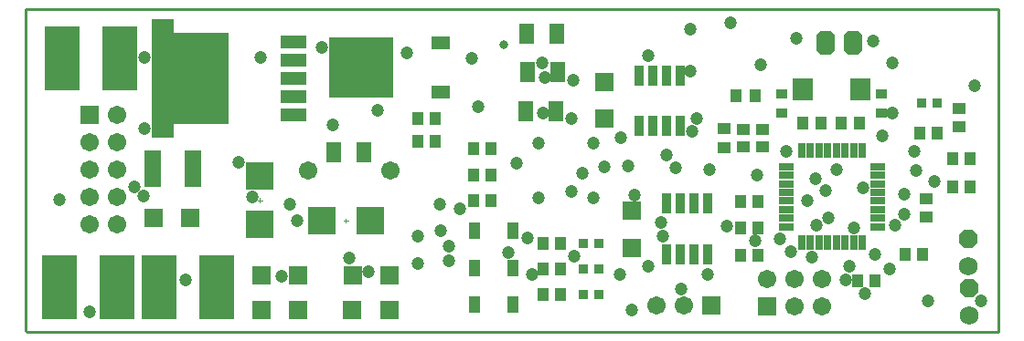
<source format=gbs>
%FSTAX23Y23*%
%MOIN*%
%SFA1B1*%

%IPPOS*%
%AMD85*
4,1,8,-0.034000,-0.014100,-0.014100,-0.034000,0.014100,-0.034000,0.034000,-0.014100,0.034000,0.014100,0.014100,0.034000,-0.014100,0.034000,-0.034000,0.014100,-0.034000,-0.014100,0.0*
%
%AMD88*
4,1,8,0.034000,-0.027000,0.034000,0.027000,0.017000,0.044000,-0.017000,0.044000,-0.034000,0.027000,-0.034000,-0.027000,-0.017000,-0.044000,0.017000,-0.044000,0.034000,-0.027000,0.0*
%
%ADD22C,0.010000*%
%ADD27C,0.003900*%
%ADD72R,0.055200X0.073000*%
%ADD75R,0.047400X0.043400*%
%ADD76R,0.043400X0.047400*%
%ADD82C,0.047400*%
%ADD83C,0.067100*%
%ADD84C,0.068000*%
G04~CAMADD=85~4~0.0~0.0~680.0~680.0~0.0~199.2~0~0.0~0.0~0.0~0.0~0~0.0~0.0~0.0~0.0~0~0.0~0.0~0.0~135.0~680.0~680.0*
%ADD85D85*%
%ADD86R,0.067100X0.067100*%
%ADD87R,0.067100X0.067100*%
G04~CAMADD=88~4~0.0~0.0~880.0~680.0~0.0~170.0~0~0.0~0.0~0.0~0.0~0~0.0~0.0~0.0~0.0~0~0.0~0.0~0.0~270.0~680.0~880.0*
%ADD88D88*%
%ADD89C,0.031600*%
%ADD90R,0.067800X0.071000*%
%ADD91R,0.071000X0.067800*%
%ADD92R,0.043400X0.035600*%
%ADD93R,0.041500X0.059200*%
%ADD94R,0.232400X0.224500*%
%ADD95R,0.071000X0.047400*%
%ADD96R,0.093000X0.050100*%
%ADD97R,0.208000X0.336000*%
%ADD98R,0.083200X0.433200*%
%ADD99R,0.036300X0.078100*%
%ADD100R,0.038000X0.038000*%
%ADD101R,0.048000X0.040000*%
%ADD102R,0.040000X0.048000*%
%ADD103R,0.055200X0.027700*%
%ADD104R,0.027700X0.055200*%
%ADD105R,0.098600X0.098600*%
%ADD106R,0.098600X0.098600*%
%ADD107R,0.063100X0.137900*%
%ADD108R,0.074900X0.078900*%
%ADD109R,0.126100X0.232400*%
%LNuzcar-1*%
%LPD*%
G54D22*
X02301Y02234D02*
Y03411D01*
X02304Y02232D02*
X05847D01*
X02301Y03411D02*
X05846D01*
Y02234D02*
Y03411D01*
G54D27*
X0346Y02636D02*
X03476D01*
X03468Y02629D02*
Y02644D01*
X03155Y02704D02*
Y02719D01*
X03148Y02712D02*
X03163D01*
G54D72*
X03535Y02887D03*
X03425D03*
X04125Y03037D03*
X04235D03*
X04129Y03181D03*
X04239D03*
X04127Y03322D03*
X04237D03*
G54D75*
X04917Y02971D03*
Y02908D03*
X04987D03*
Y02971D03*
G54D76*
X03793Y02926D03*
X0373D03*
X0373Y03011D03*
X03793D03*
X04906Y0251D03*
X04969D03*
X03935Y02899D03*
X03998D03*
X04906Y02609D03*
X04969D03*
X03934Y02804D03*
X03997D03*
X04906Y02707D03*
X04969D03*
X03935Y02709D03*
X03998D03*
X05681Y02761D03*
X05744D03*
X05624Y02956D03*
X05561D03*
X05571Y02514D03*
X05508D03*
X05334Y02418D03*
X05397D03*
X04251Y02366D03*
X04188D03*
X04251Y02461D03*
X04188D03*
X04251Y02555D03*
X04188D03*
X05744Y02864D03*
X05681D03*
G54D82*
X04171Y02922D03*
X04371D03*
Y0272D03*
X04171D03*
X03156Y03235D03*
X03289Y02636D03*
X02883Y02419D03*
X04967Y02803D03*
X03076Y02851D03*
X04148Y02441D03*
X0554Y0289D03*
X05613Y02782D03*
X05292Y02421D03*
X05362Y02371D03*
X05451Y0246D03*
X02732Y02727D03*
X03126Y02725D03*
X05589Y02343D03*
X05784D03*
X04872Y03362D03*
X0505Y02569D03*
X04059Y0252D03*
X03843Y02492D03*
X0518Y02792D03*
X05216Y02747D03*
X05304Y0247D03*
X03689Y0325D03*
X05256Y02824D03*
X04638Y02878D03*
X05228Y02646D03*
X05462Y0303D03*
X0576Y0313D03*
X0429Y0301D03*
X03585Y0304D03*
X03729Y0248D03*
Y02581D03*
X03813Y02601D03*
X03264Y02698D03*
X0433Y02811D03*
X04961Y02563D03*
X04672Y02829D03*
X0342Y02988D03*
X04725Y03337D03*
Y03183D03*
X05391Y03293D03*
X05092Y02525D03*
X05397Y02514D03*
X05152Y02709D03*
X05183Y02619D03*
X04856Y02618D03*
X0547Y02619D03*
X05109Y03304D03*
X05425Y02948D03*
X04795Y02823D03*
X05074Y02892D03*
X04193Y0316D03*
X04187Y03029D03*
X0532Y02612D03*
X05505Y02659D03*
X05548Y02819D03*
X04981Y03206D03*
X04298Y03151D03*
X02534Y02305D03*
X04466Y02441D03*
X03844Y02545D03*
X03482Y02501D03*
X05167Y02504D03*
X0441Y02833D03*
X04747Y03012D03*
X03809Y02696D03*
X0413Y02574D03*
X0338Y03272D03*
X02698Y0276D03*
X04292Y02743D03*
X0451Y02309D03*
X0457Y0247D03*
X04472Y02939D03*
X0409Y02847D03*
X04299Y02506D03*
X04691Y02386D03*
X0457Y03242D03*
X05355Y02757D03*
X04625Y0258D03*
X0452Y0273D03*
X05505Y02734D03*
X03952Y03055D03*
X05462Y03214D03*
X02424Y02715D03*
X03884Y02679D03*
X02733Y02975D03*
X04732Y02963D03*
X04498Y02837D03*
X04616Y02629D03*
X04786Y02441D03*
X02733Y03235D03*
X03926Y03231D03*
X04184Y03213D03*
X0355Y02452D03*
X03233Y02434D03*
G54D83*
X03332Y0282D03*
X03631D03*
X05203Y02423D03*
X05103D03*
X05003D03*
X05203Y02323D03*
X05103D03*
X046Y02326D03*
X047D03*
X02633Y03023D03*
X02533Y02923D03*
X02633D03*
X02533Y02823D03*
X02633D03*
X02533Y02723D03*
X02633D03*
X02533Y02623D03*
X02633D03*
G54D84*
X05739Y02292D03*
X05738Y02472D03*
G54D85*
X05739Y02392D03*
X05738Y02572D03*
G54D86*
X05003Y02323D03*
X048Y02326D03*
G54D87*
X02533Y03023D03*
G54D88*
X05217Y03287D03*
X05317D03*
G54D89*
X04045Y03282D03*
G54D90*
X0316Y02312D03*
X03295D03*
X0316Y02437D03*
X03295D03*
X02902Y02648D03*
X02767D03*
X03493Y02437D03*
X03628D03*
X03491Y02312D03*
X03626D03*
G54D91*
X0451Y02673D03*
Y02538D03*
X04409Y03144D03*
Y03009D03*
G54D92*
X05419Y0303D03*
Y03101D03*
X05058Y0303D03*
Y03101D03*
G54D93*
X03937Y02601D03*
X04077D03*
X03938Y02464D03*
X04078D03*
X03938Y02331D03*
X04078D03*
G54D94*
X03524Y03197D03*
G54D95*
X03815Y03107D03*
Y03287D03*
G54D96*
X03276Y03023D03*
Y0309D03*
Y03157D03*
Y03224D03*
Y03291D03*
G54D97*
X02936Y03157D03*
G54D98*
X02801Y03157D03*
G54D99*
X04787Y02514D03*
X04737D03*
X04687D03*
X04637D03*
X04787Y02699D03*
X04737D03*
X04687D03*
X04637D03*
X04537Y03168D03*
X04587D03*
X04637D03*
X04687D03*
X04537Y02983D03*
X04587D03*
X04637D03*
X04687D03*
G54D100*
X04335Y02366D03*
X0439D03*
X04335Y02461D03*
X0439D03*
X04335Y02554D03*
X0439D03*
X05568Y03067D03*
X05623D03*
G54D101*
X04847Y02973D03*
Y02905D03*
X05705Y03048D03*
Y0298D03*
X05584Y02718D03*
Y0265D03*
G54D102*
X04892Y03094D03*
X0496D03*
X05274Y02995D03*
X05342D03*
X052D03*
X05133D03*
G54D103*
X05074Y02835D03*
Y02804D03*
Y02772D03*
Y02741D03*
Y02709D03*
Y02678D03*
Y02646D03*
Y02615D03*
X05408D03*
Y02646D03*
Y02678D03*
Y02709D03*
Y02741D03*
Y02772D03*
Y02804D03*
Y02835D03*
G54D104*
X05131Y02558D03*
X05162D03*
X05194D03*
X05225D03*
X05257D03*
X05288D03*
X0532D03*
X05351D03*
Y02893D03*
X0532D03*
X05288D03*
X05257D03*
X05225D03*
X05194D03*
X05162D03*
X05131D03*
G54D105*
X03379Y02636D03*
X03557D03*
G54D106*
X03155Y028D03*
Y02623D03*
G54D107*
X02912Y02827D03*
X02763D03*
G54D108*
X05135Y03118D03*
X05343D03*
G54D109*
X02424Y02395D03*
X02634D03*
X02434Y03229D03*
X02644D03*
X02786Y02395D03*
X02996D03*
M02*
</source>
